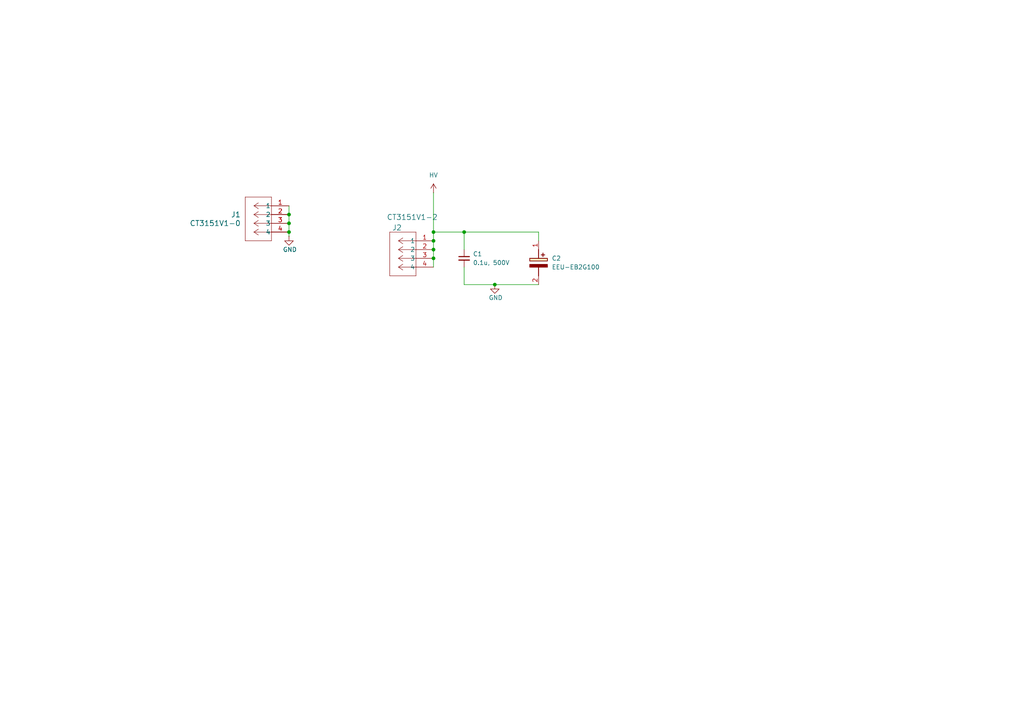
<source format=kicad_sch>
(kicad_sch (version 20231120) (generator "eeschema") (generator_version "8.0")
  (paper "A4")
  (lib_symbols
    (symbol "Device:C_Small" (pin_numbers hide) (pin_names (offset 0.254) hide)
      (property "Reference" "C" (at 0.254 1.778 0))
      (property "Value" "C_Small" (at 0.254 -2.032 0))
      (symbol "C_Small_0_1"
        (polyline (pts (xy -1.524 -0.508) (xy 1.524 -0.508)) (stroke (width 0.3302)))
        (polyline (pts (xy -1.524 0.508) (xy 1.524 0.508)) (stroke (width 0.3048)))
      )
      (symbol "C_Small_1_1"
        (pin passive line (at 0 2.54 270) (length 2.032) (name "~") (number "1"))
        (pin passive line (at 0 -2.54 90) (length 2.032) (name "~") (number "2"))
      )
    )
    (symbol "_PHASE:CT3151V1-0" (pin_names (offset 0.254))
      (property "Reference" "J" (at 8.89 6.35 0))
      (property "Value" "CT3151V1-0" (at 9.398 3.81 0))
      (symbol "CT3151V1-0_1_1"
        (polyline (pts (xy 5.08 -10.16) (xy 12.7 -10.16)) (stroke (width 0.127)))
        (polyline (pts (xy 5.08 2.54) (xy 5.08 -10.16)) (stroke (width 0.127)))
        (polyline (pts (xy 10.16 -7.62) (xy 5.08 -7.62)) (stroke (width 0.127)))
        (polyline (pts (xy 10.16 -7.62) (xy 8.89 -8.4667)) (stroke (width 0.127)))
        (polyline (pts (xy 10.16 -7.62) (xy 8.89 -6.7733)) (stroke (width 0.127)))
        (polyline (pts (xy 10.16 -5.08) (xy 5.08 -5.08)) (stroke (width 0.127)))
        (polyline (pts (xy 10.16 -5.08) (xy 8.89 -5.9267)) (stroke (width 0.127)))
        (polyline (pts (xy 10.16 -5.08) (xy 8.89 -4.2333)) (stroke (width 0.127)))
        (polyline (pts (xy 10.16 -2.54) (xy 5.08 -2.54)) (stroke (width 0.127)))
        (polyline (pts (xy 10.16 -2.54) (xy 8.89 -3.3867)) (stroke (width 0.127)))
        (polyline (pts (xy 10.16 -2.54) (xy 8.89 -1.6933)) (stroke (width 0.127)))
        (polyline (pts (xy 10.16 0) (xy 5.08 0)) (stroke (width 0.127)))
        (polyline (pts (xy 10.16 0) (xy 8.89 -0.8467)) (stroke (width 0.127)))
        (polyline (pts (xy 10.16 0) (xy 8.89 0.8467)) (stroke (width 0.127)))
        (polyline (pts (xy 12.7 -10.16) (xy 12.7 2.54)) (stroke (width 0.127)))
        (polyline (pts (xy 12.7 2.54) (xy 5.08 2.54)) (stroke (width 0.127)))
        (pin unspecified line (at 0 0 0) (length 5.08) (name "1") (number "1"))
        (pin unspecified line (at 0 -2.54 0) (length 5.08) (name "2") (number "2"))
        (pin unspecified line (at 0 -5.08 0) (length 5.08) (name "3") (number "3"))
        (pin unspecified line (at 0 -7.62 0) (length 5.08) (name "4") (number "4"))
      )
      (symbol "CT3151V1-0_1_2"
        (polyline (pts (xy 5.08 -10.16) (xy 12.7 -10.16)) (stroke (width 0.127)))
        (polyline (pts (xy 5.08 2.54) (xy 5.08 -10.16)) (stroke (width 0.127)))
        (polyline (pts (xy 7.62 -7.62) (xy 5.08 -7.62)) (stroke (width 0.127)))
        (polyline (pts (xy 7.62 -7.62) (xy 8.89 -8.4667)) (stroke (width 0.127)))
        (polyline (pts (xy 7.62 -7.62) (xy 8.89 -6.7733)) (stroke (width 0.127)))
        (polyline (pts (xy 7.62 -5.08) (xy 5.08 -5.08)) (stroke (width 0.127)))
        (polyline (pts (xy 7.62 -5.08) (xy 8.89 -5.9267)) (stroke (width 0.127)))
        (polyline (pts (xy 7.62 -5.08) (xy 8.89 -4.2333)) (stroke (width 0.127)))
        (polyline (pts (xy 7.62 -2.54) (xy 5.08 -2.54)) (stroke (width 0.127)))
        (polyline (pts (xy 7.62 -2.54) (xy 8.89 -3.3867)) (stroke (width 0.127)))
        (polyline (pts (xy 7.62 -2.54) (xy 8.89 -1.6933)) (stroke (width 0.127)))
        (polyline (pts (xy 7.62 0) (xy 5.08 0)) (stroke (width 0.127)))
        (polyline (pts (xy 7.62 0) (xy 8.89 -0.8467)) (stroke (width 0.127)))
        (polyline (pts (xy 7.62 0) (xy 8.89 0.8467)) (stroke (width 0.127)))
        (polyline (pts (xy 12.7 -10.16) (xy 12.7 2.54)) (stroke (width 0.127)))
        (polyline (pts (xy 12.7 2.54) (xy 5.08 2.54)) (stroke (width 0.127)))
        (pin unspecified line (at 0 0 0) (length 5.08) (name "1") (number "1"))
        (pin unspecified line (at 0 -2.54 0) (length 5.08) (name "2") (number "2"))
        (pin unspecified line (at 0 -5.08 0) (length 5.08) (name "3") (number "3"))
        (pin unspecified line (at 0 -7.62 0) (length 5.08) (name "4") (number "4"))
      )
    )
    (symbol "_PHASE:EEU-EB2G100" (pin_names hide)
      (property "Reference" "C" (at 8.89 6.35 0))
      (property "Value" "EEU-EB2G100" (at 8.89 3.81 0))
      (symbol "EEU-EB2G100_1_1"
        (polyline (pts (xy 2.54 0) (xy 5.08 0)) (stroke (width 0.254)))
        (polyline (pts (xy 4.064 1.778) (xy 4.064 0.762)) (stroke (width 0.254)))
        (polyline (pts (xy 4.572 1.27) (xy 3.556 1.27)) (stroke (width 0.254)))
        (polyline (pts (xy 7.62 0) (xy 10.16 0)) (stroke (width 0.254)))
        (polyline (pts (xy 7.62 2.54) (xy 7.62 -2.54) (xy 6.858 -2.54) (xy 6.858 2.54) (xy 7.62 2.54)) (stroke (width 0.254)) (fill (type outline)))
        (rectangle (start 5.08 2.54) (end 5.842 -2.54) (stroke (width 0.254)) (fill (type background)))
        (pin passive line (at 0 0 0) (length 2.54) (name "+") (number "1"))
        (pin passive line (at 12.7 0 180) (length 2.54) (name "-") (number "2"))
      )
    )
    (symbol "power:+12V" (power) (pin_numbers hide) (pin_names (offset 0) hide)
      (property "Value" "+12V" (at 0 3.556 0))
      (symbol "+12V_0_1"
        (polyline (pts (xy -0.762 1.27) (xy 0 2.54)))
        (polyline (pts (xy 0 0) (xy 0 2.54)))
        (polyline (pts (xy 0 2.54) (xy 0.762 1.27)))
      )
      (symbol "+12V_1_1"
        (pin power_in line (at 0 0 90) (length 0) (name "~") (number "1"))
      )
    )
    (symbol "power:GND" (power) (pin_numbers hide) (pin_names (offset 0) hide)
      (property "Value" "GND" (at 0 -3.81 0))
      (symbol "GND_0_1"
        (polyline (pts (xy 0 0) (xy 0 -1.27) (xy 1.27 -1.27) (xy 0 -2.54) (xy -1.27 -1.27) (xy 0 -1.27)))
      )
      (symbol "GND_1_1"
        (pin power_in line (at 0 0 270) (length 0) (name "~") (number "1"))
      )
    )
  )
  (junction (at 125.73 69.85))
  (junction (at 83.82 67.31))
  (junction (at 125.73 72.39))
  (junction (at 143.51 82.55))
  (junction (at 125.73 67.31))
  (junction (at 125.73 74.93))
  (junction (at 134.62 67.31))
  (junction (at 83.82 64.77))
  (junction (at 83.82 62.23))
  (wire (pts (xy 83.82 67.31) (xy 83.82 68.58)))
  (wire (pts (xy 125.73 69.85) (xy 125.73 72.39)))
  (wire (pts (xy 83.82 64.77) (xy 83.82 67.31)))
  (wire (pts (xy 134.62 72.39) (xy 134.62 67.31)))
  (wire (pts (xy 156.21 69.85) (xy 156.21 67.31)))
  (wire (pts (xy 134.62 77.47) (xy 134.62 82.55)))
  (wire (pts (xy 125.73 67.31) (xy 134.62 67.31)))
  (wire (pts (xy 83.82 62.23) (xy 83.82 64.77)))
  (wire (pts (xy 83.82 59.69) (xy 83.82 62.23)))
  (wire (pts (xy 134.62 67.31) (xy 156.21 67.31)))
  (wire (pts (xy 143.51 82.55) (xy 134.62 82.55)))
  (wire (pts (xy 156.21 82.55) (xy 143.51 82.55)))
  (wire (pts (xy 125.73 67.31) (xy 125.73 69.85)))
  (wire (pts (xy 125.73 72.39) (xy 125.73 74.93)))
  (wire (pts (xy 125.73 55.88) (xy 125.73 67.31)))
  (wire (pts (xy 125.73 74.93) (xy 125.73 77.47)))
  (symbol (lib_id "power:GND") (at 83.82 68.58 0) (unit 1)
    (property "Reference" "#PWR01" (effects (hide yes)))
    (property "Value" "GND" (at 84.074 72.39 0))
    (property "Description" "Power symbol creates a global label with name \"GND\" , ground" (effects (hide yes)))
  )
  (symbol (lib_id "_PHASE:CT3151V1-0") (at 125.73 69.85 0) (mirror y) (unit 1)
    (property "Reference" "J2" (at 116.586 66.04 0) (effects (font (size 1.524 1.524)) (justify left)))
    (property "Value" "CT3151V1-2" (at 127 62.992 0) (effects (font (size 1.524 1.524)) (justify left)))
    (property "Footprint" "726_footprints:banana_plug_CT3151V1-0" (effects (hide yes)))
    (property "Datasheet" "CT3151V1-0" (effects (hide yes)))
  )
  (symbol (lib_id "power:GND") (at 143.51 82.55 0) (unit 1)
    (property "Reference" "#PWR03" (effects (hide yes)))
    (property "Value" "GND" (at 143.764 86.36 0))
    (property "Description" "Power symbol creates a global label with name \"GND\" , ground" (effects (hide yes)))
  )
  (symbol (lib_id "_PHASE:CT3151V1-0") (at 83.82 59.69 0) (mirror y) (unit 1)
    (property "Reference" "J1" (at 69.85 62.2299 0) (effects (font (size 1.524 1.524)) (justify left)))
    (property "Value" "CT3151V1-0" (at 69.85 64.7699 0) (effects (font (size 1.524 1.524)) (justify left)))
    (property "Footprint" "726_footprints:banana_plug_CT3151V1-0" (effects (hide yes)))
    (property "Datasheet" "CT3151V1-0" (effects (hide yes)))
  )
  (symbol (lib_id "Device:C_Small") (at 134.62 74.93 0) (unit 1)
    (property "Reference" "C1" (at 137.16 73.6662 0) (effects (justify left)))
    (property "Value" "0.1u, 500V" (at 137.16 76.2062 0) (effects (justify left)))
    (property "Footprint" "Capacitor_SMD:C_1812_4532Metric" (effects (hide yes)))
    (property "Description" "Unpolarized capacitor, small symbol" (effects (hide yes)))
  )
  (symbol (lib_id "power:+12V") (at 125.73 55.88 0) (unit 1)
    (property "Reference" "#PWR02" (effects (hide yes)))
    (property "Value" "HV" (at 125.73 50.8 0))
    (property "Description" "Power symbol creates a global label with name \"+12V\"" (effects (hide yes)))
  )
  (symbol (lib_id "_PHASE:EEU-EB2G100") (at 156.21 69.85 270) (unit 1)
    (property "Reference" "C2" (at 160.02 74.9299 90) (effects (justify left)))
    (property "Value" "EEU-EB2G100" (at 160.02 77.4699 90) (effects (justify left)))
    (property "Footprint" "726_footprints:EEU-EB2G100" (effects (hide yes)))
    (property "Datasheet" "https://industrial.panasonic.com/cdbs/www-data/pdf/RDF0000/ABA0000C1024.pdf" (effects (hide yes)))
    (property "Description" "Panasonic Aluminium Electrolytic Capacitor 10uF 400V dc 10mm EB(A) Series, Through Hole Electrolytic, +/-20% 10 x 20mm" (effects (hide yes)))
    (property "Height" "22" (effects (hide yes)))
    (property "Mouser Part Number" "667-EEU-EB2G100" (effects (hide yes)))
    (property "Mouser Price/Stock" "https://www.mouser.co.uk/ProductDetail/Panasonic/EEU-EB2G100?qs=GkeKq47yOUNGPzomhWOt3Q%3D%3D" (effects (hide yes)))
    (property "Manufacturer_Name" "Panasonic" (effects (hide yes)))
    (property "Manufacturer_Part_Number" "EEU-EB2G100" (effects (hide yes)))
  )
)
</source>
